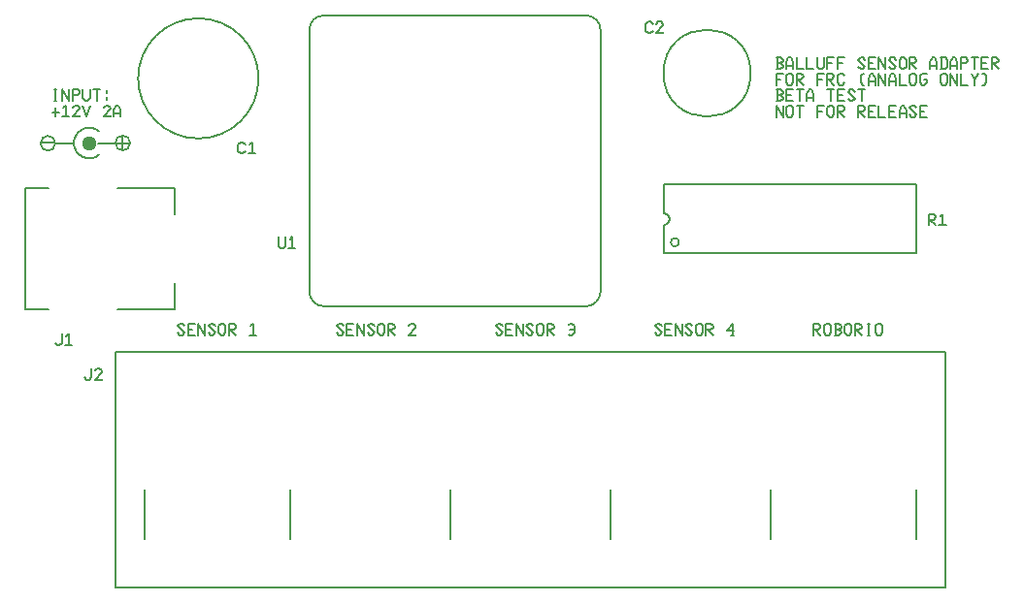
<source format=gbr>
G04 Generated by Ultiboard 14.1 *
%FSLAX24Y24*%
%MOIN*%

%ADD10C,0.0001*%
%ADD11C,0.0061*%
%ADD12C,0.0080*%
%ADD13C,0.05104*%


G04 ColorRGB FFFF00 for the following layer *
%LNSilkscreen Top*%
%LPD*%
G54D10*
G54D11*
X5398Y7091D02*
X5477Y7012D01*
X5555Y7012D01*
X5633Y7091D01*
X5398Y7327D01*
X5477Y7406D01*
X5555Y7406D01*
X5633Y7327D01*
X5986Y7012D02*
X5751Y7012D01*
X5751Y7209D01*
X5751Y7406D01*
X5986Y7406D01*
X5751Y7209D02*
X5908Y7209D01*
X6104Y7012D02*
X6104Y7406D01*
X6339Y7012D01*
X6339Y7406D01*
X6456Y7091D02*
X6535Y7012D01*
X6613Y7012D01*
X6692Y7091D01*
X6456Y7327D01*
X6535Y7406D01*
X6613Y7406D01*
X6692Y7327D01*
X6809Y7091D02*
X6888Y7012D01*
X6966Y7012D01*
X7044Y7091D01*
X7044Y7327D01*
X6966Y7406D01*
X6888Y7406D01*
X6809Y7327D01*
X6809Y7091D01*
X7162Y7012D02*
X7162Y7406D01*
X7319Y7406D01*
X7397Y7327D01*
X7397Y7288D01*
X7319Y7209D01*
X7162Y7209D01*
X7201Y7209D02*
X7397Y7012D01*
X7907Y7327D02*
X7985Y7406D01*
X7985Y7012D01*
X7867Y7012D02*
X8103Y7012D01*
X10860Y7091D02*
X10938Y7012D01*
X11017Y7012D01*
X11095Y7091D01*
X10860Y7327D01*
X10938Y7406D01*
X11017Y7406D01*
X11095Y7327D01*
X11448Y7012D02*
X11213Y7012D01*
X11213Y7209D01*
X11213Y7406D01*
X11448Y7406D01*
X11213Y7209D02*
X11370Y7209D01*
X11566Y7012D02*
X11566Y7406D01*
X11801Y7012D01*
X11801Y7406D01*
X11918Y7091D02*
X11997Y7012D01*
X12075Y7012D01*
X12153Y7091D01*
X11918Y7327D01*
X11997Y7406D01*
X12075Y7406D01*
X12153Y7327D01*
X12271Y7091D02*
X12349Y7012D01*
X12428Y7012D01*
X12506Y7091D01*
X12506Y7327D01*
X12428Y7406D01*
X12349Y7406D01*
X12271Y7327D01*
X12271Y7091D01*
X12624Y7012D02*
X12624Y7406D01*
X12781Y7406D01*
X12859Y7327D01*
X12859Y7288D01*
X12781Y7209D01*
X12624Y7209D01*
X12663Y7209D02*
X12859Y7012D01*
X13329Y7327D02*
X13408Y7406D01*
X13486Y7406D01*
X13564Y7327D01*
X13564Y7288D01*
X13329Y7012D01*
X13564Y7012D01*
X13564Y7051D01*
X16322Y7091D02*
X16400Y7012D01*
X16479Y7012D01*
X16557Y7091D01*
X16322Y7327D01*
X16400Y7406D01*
X16479Y7406D01*
X16557Y7327D01*
X16910Y7012D02*
X16675Y7012D01*
X16675Y7209D01*
X16675Y7406D01*
X16910Y7406D01*
X16675Y7209D02*
X16831Y7209D01*
X17027Y7012D02*
X17027Y7406D01*
X17263Y7012D01*
X17263Y7406D01*
X17380Y7091D02*
X17459Y7012D01*
X17537Y7012D01*
X17615Y7091D01*
X17380Y7327D01*
X17459Y7406D01*
X17537Y7406D01*
X17615Y7327D01*
X17733Y7091D02*
X17811Y7012D01*
X17890Y7012D01*
X17968Y7091D01*
X17968Y7327D01*
X17890Y7406D01*
X17811Y7406D01*
X17733Y7327D01*
X17733Y7091D01*
X18086Y7012D02*
X18086Y7406D01*
X18242Y7406D01*
X18321Y7327D01*
X18321Y7288D01*
X18242Y7209D01*
X18086Y7209D01*
X18125Y7209D02*
X18321Y7012D01*
X18830Y7366D02*
X18870Y7406D01*
X18948Y7406D01*
X19026Y7327D01*
X19026Y7248D01*
X18987Y7209D01*
X19026Y7170D01*
X19026Y7091D01*
X18948Y7012D01*
X18870Y7012D01*
X18830Y7051D01*
X18870Y7209D02*
X18987Y7209D01*
X21784Y7091D02*
X21862Y7012D01*
X21941Y7012D01*
X22019Y7091D01*
X21784Y7327D01*
X21862Y7406D01*
X21941Y7406D01*
X22019Y7327D01*
X22372Y7012D02*
X22136Y7012D01*
X22136Y7209D01*
X22136Y7406D01*
X22372Y7406D01*
X22136Y7209D02*
X22293Y7209D01*
X22489Y7012D02*
X22489Y7406D01*
X22724Y7012D01*
X22724Y7406D01*
X22842Y7091D02*
X22920Y7012D01*
X22999Y7012D01*
X23077Y7091D01*
X22842Y7327D01*
X22920Y7406D01*
X22999Y7406D01*
X23077Y7327D01*
X23195Y7091D02*
X23273Y7012D01*
X23352Y7012D01*
X23430Y7091D01*
X23430Y7327D01*
X23352Y7406D01*
X23273Y7406D01*
X23195Y7327D01*
X23195Y7091D01*
X23548Y7012D02*
X23548Y7406D01*
X23704Y7406D01*
X23783Y7327D01*
X23783Y7288D01*
X23704Y7209D01*
X23548Y7209D01*
X23587Y7209D02*
X23783Y7012D01*
X24488Y7170D02*
X24253Y7170D01*
X24449Y7406D01*
X24449Y7012D01*
X24410Y7012D02*
X24488Y7012D01*
X27246Y7012D02*
X27246Y7406D01*
X27402Y7406D01*
X27481Y7327D01*
X27481Y7288D01*
X27402Y7209D01*
X27246Y7209D01*
X27285Y7209D02*
X27481Y7012D01*
X27598Y7091D02*
X27677Y7012D01*
X27755Y7012D01*
X27833Y7091D01*
X27833Y7327D01*
X27755Y7406D01*
X27677Y7406D01*
X27598Y7327D01*
X27598Y7091D01*
X27951Y7012D02*
X28108Y7012D01*
X28186Y7091D01*
X28186Y7130D01*
X28108Y7209D01*
X28186Y7288D01*
X28186Y7327D01*
X28108Y7406D01*
X27990Y7406D01*
X27951Y7406D01*
X27990Y7209D02*
X28108Y7209D01*
X27990Y7406D02*
X27990Y7012D01*
X28304Y7091D02*
X28382Y7012D01*
X28461Y7012D01*
X28539Y7091D01*
X28539Y7327D01*
X28461Y7406D01*
X28382Y7406D01*
X28304Y7327D01*
X28304Y7091D01*
X28657Y7012D02*
X28657Y7406D01*
X28813Y7406D01*
X28892Y7327D01*
X28892Y7288D01*
X28813Y7209D01*
X28657Y7209D01*
X28696Y7209D02*
X28892Y7012D01*
X29088Y7012D02*
X29166Y7012D01*
X29088Y7406D02*
X29166Y7406D01*
X29127Y7012D02*
X29127Y7406D01*
X29362Y7091D02*
X29440Y7012D01*
X29519Y7012D01*
X29597Y7091D01*
X29597Y7327D01*
X29519Y7406D01*
X29440Y7406D01*
X29362Y7327D01*
X29362Y7091D01*
X31195Y10791D02*
X31195Y11184D01*
X31352Y11184D01*
X31431Y11106D01*
X31431Y11066D01*
X31352Y10988D01*
X31195Y10988D01*
X31235Y10988D02*
X31431Y10791D01*
X31587Y11106D02*
X31666Y11184D01*
X31666Y10791D01*
X31548Y10791D02*
X31783Y10791D01*
X1168Y15077D02*
X1246Y15077D01*
X1168Y15471D02*
X1246Y15471D01*
X1207Y15077D02*
X1207Y15471D01*
X1442Y15077D02*
X1442Y15471D01*
X1677Y15077D01*
X1677Y15471D01*
X1795Y15077D02*
X1795Y15471D01*
X1951Y15471D01*
X2030Y15392D01*
X2030Y15353D01*
X1951Y15274D01*
X1795Y15274D01*
X2147Y15471D02*
X2147Y15156D01*
X2226Y15077D01*
X2304Y15077D01*
X2383Y15156D01*
X2383Y15471D01*
X2618Y15077D02*
X2618Y15471D01*
X2500Y15471D02*
X2735Y15471D01*
X2971Y15431D02*
X2971Y15353D01*
X2971Y15116D02*
X2971Y15195D01*
X1089Y14683D02*
X1324Y14683D01*
X1207Y14841D02*
X1207Y14526D01*
X1481Y14841D02*
X1560Y14919D01*
X1560Y14526D01*
X1442Y14526D02*
X1677Y14526D01*
X1795Y14841D02*
X1873Y14919D01*
X1951Y14919D01*
X2030Y14841D01*
X2030Y14801D01*
X1795Y14526D01*
X2030Y14526D01*
X2030Y14565D01*
X2147Y14919D02*
X2265Y14526D01*
X2383Y14919D01*
X2853Y14841D02*
X2931Y14919D01*
X3010Y14919D01*
X3088Y14841D01*
X3088Y14801D01*
X2853Y14526D01*
X3088Y14526D01*
X3088Y14565D01*
X3206Y14526D02*
X3206Y14762D01*
X3284Y14919D01*
X3363Y14919D01*
X3441Y14762D01*
X3441Y14526D01*
X3206Y14644D02*
X3441Y14644D01*
X8859Y10391D02*
X8859Y10076D01*
X8938Y9997D01*
X9016Y9997D01*
X9094Y10076D01*
X9094Y10391D01*
X9251Y10312D02*
X9330Y10391D01*
X9330Y9997D01*
X9212Y9997D02*
X9447Y9997D01*
X25949Y16167D02*
X26106Y16167D01*
X26184Y16246D01*
X26184Y16285D01*
X26106Y16364D01*
X26184Y16443D01*
X26184Y16482D01*
X26106Y16561D01*
X25988Y16561D01*
X25949Y16561D01*
X25988Y16364D02*
X26106Y16364D01*
X25988Y16561D02*
X25988Y16167D01*
X26302Y16167D02*
X26302Y16403D01*
X26380Y16561D01*
X26459Y16561D01*
X26537Y16403D01*
X26537Y16167D01*
X26302Y16285D02*
X26537Y16285D01*
X26655Y16561D02*
X26655Y16167D01*
X26890Y16167D01*
X27007Y16561D02*
X27007Y16167D01*
X27243Y16167D01*
X27360Y16561D02*
X27360Y16246D01*
X27439Y16167D01*
X27517Y16167D01*
X27595Y16246D01*
X27595Y16561D01*
X27713Y16167D02*
X27713Y16561D01*
X27948Y16561D01*
X27713Y16364D02*
X27870Y16364D01*
X28066Y16167D02*
X28066Y16561D01*
X28301Y16561D01*
X28066Y16364D02*
X28223Y16364D01*
X28771Y16246D02*
X28850Y16167D01*
X28928Y16167D01*
X29006Y16246D01*
X28771Y16482D01*
X28850Y16561D01*
X28928Y16561D01*
X29006Y16482D01*
X29359Y16167D02*
X29124Y16167D01*
X29124Y16364D01*
X29124Y16561D01*
X29359Y16561D01*
X29124Y16364D02*
X29281Y16364D01*
X29477Y16167D02*
X29477Y16561D01*
X29712Y16167D01*
X29712Y16561D01*
X29830Y16246D02*
X29908Y16167D01*
X29986Y16167D01*
X30065Y16246D01*
X29830Y16482D01*
X29908Y16561D01*
X29986Y16561D01*
X30065Y16482D01*
X30182Y16246D02*
X30261Y16167D01*
X30339Y16167D01*
X30417Y16246D01*
X30417Y16482D01*
X30339Y16561D01*
X30261Y16561D01*
X30182Y16482D01*
X30182Y16246D01*
X30535Y16167D02*
X30535Y16561D01*
X30692Y16561D01*
X30770Y16482D01*
X30770Y16443D01*
X30692Y16364D01*
X30535Y16364D01*
X30574Y16364D02*
X30770Y16167D01*
X31241Y16167D02*
X31241Y16403D01*
X31319Y16561D01*
X31397Y16561D01*
X31476Y16403D01*
X31476Y16167D01*
X31241Y16285D02*
X31476Y16285D01*
X31593Y16167D02*
X31750Y16167D01*
X31828Y16246D01*
X31828Y16482D01*
X31750Y16561D01*
X31593Y16561D01*
X31632Y16561D02*
X31632Y16167D01*
X31946Y16167D02*
X31946Y16403D01*
X32024Y16561D01*
X32103Y16561D01*
X32181Y16403D01*
X32181Y16167D01*
X31946Y16285D02*
X32181Y16285D01*
X32299Y16167D02*
X32299Y16561D01*
X32456Y16561D01*
X32534Y16482D01*
X32534Y16443D01*
X32456Y16364D01*
X32299Y16364D01*
X32769Y16167D02*
X32769Y16561D01*
X32652Y16561D02*
X32887Y16561D01*
X33239Y16167D02*
X33004Y16167D01*
X33004Y16364D01*
X33004Y16561D01*
X33239Y16561D01*
X33004Y16364D02*
X33161Y16364D01*
X33357Y16167D02*
X33357Y16561D01*
X33514Y16561D01*
X33592Y16482D01*
X33592Y16443D01*
X33514Y16364D01*
X33357Y16364D01*
X33396Y16364D02*
X33592Y16167D01*
X25949Y15616D02*
X25949Y16009D01*
X26184Y16009D01*
X25949Y15813D02*
X26106Y15813D01*
X26302Y15694D02*
X26380Y15616D01*
X26459Y15616D01*
X26537Y15694D01*
X26537Y15931D01*
X26459Y16009D01*
X26380Y16009D01*
X26302Y15931D01*
X26302Y15694D01*
X26655Y15616D02*
X26655Y16009D01*
X26811Y16009D01*
X26890Y15931D01*
X26890Y15891D01*
X26811Y15813D01*
X26655Y15813D01*
X26694Y15813D02*
X26890Y15616D01*
X27360Y15616D02*
X27360Y16009D01*
X27595Y16009D01*
X27360Y15813D02*
X27517Y15813D01*
X27713Y15616D02*
X27713Y16009D01*
X27870Y16009D01*
X27948Y15931D01*
X27948Y15891D01*
X27870Y15813D01*
X27713Y15813D01*
X27752Y15813D02*
X27948Y15616D01*
X28301Y15694D02*
X28223Y15616D01*
X28144Y15616D01*
X28066Y15694D01*
X28066Y15931D01*
X28144Y16009D01*
X28223Y16009D01*
X28301Y15931D01*
X28967Y15616D02*
X28928Y15616D01*
X28850Y15694D01*
X28850Y15931D01*
X28928Y16009D01*
X28967Y16009D01*
X29124Y15616D02*
X29124Y15852D01*
X29202Y16009D01*
X29281Y16009D01*
X29359Y15852D01*
X29359Y15616D01*
X29124Y15734D02*
X29359Y15734D01*
X29477Y15616D02*
X29477Y16009D01*
X29712Y15616D01*
X29712Y16009D01*
X29830Y15616D02*
X29830Y15852D01*
X29908Y16009D01*
X29986Y16009D01*
X30065Y15852D01*
X30065Y15616D01*
X29830Y15734D02*
X30065Y15734D01*
X30182Y16009D02*
X30182Y15616D01*
X30417Y15616D01*
X30535Y15694D02*
X30613Y15616D01*
X30692Y15616D01*
X30770Y15694D01*
X30770Y15931D01*
X30692Y16009D01*
X30613Y16009D01*
X30535Y15931D01*
X30535Y15694D01*
X31045Y15813D02*
X31123Y15813D01*
X31123Y15694D01*
X31045Y15616D01*
X30966Y15616D01*
X30888Y15694D01*
X30888Y15931D01*
X30966Y16009D01*
X31123Y16009D01*
X31593Y15694D02*
X31672Y15616D01*
X31750Y15616D01*
X31828Y15694D01*
X31828Y15931D01*
X31750Y16009D01*
X31672Y16009D01*
X31593Y15931D01*
X31593Y15694D01*
X31946Y15616D02*
X31946Y16009D01*
X32181Y15616D01*
X32181Y16009D01*
X32299Y16009D02*
X32299Y15616D01*
X32534Y15616D01*
X32652Y16009D02*
X32769Y15813D01*
X32887Y16009D01*
X32769Y15813D02*
X32769Y15616D01*
X33044Y16009D02*
X33083Y16009D01*
X33161Y15931D01*
X33161Y15694D01*
X33083Y15616D01*
X33044Y15616D01*
X25949Y15065D02*
X26106Y15065D01*
X26184Y15143D01*
X26184Y15183D01*
X26106Y15261D01*
X26184Y15340D01*
X26184Y15380D01*
X26106Y15458D01*
X25988Y15458D01*
X25949Y15458D01*
X25988Y15261D02*
X26106Y15261D01*
X25988Y15458D02*
X25988Y15065D01*
X26537Y15065D02*
X26302Y15065D01*
X26302Y15261D01*
X26302Y15458D01*
X26537Y15458D01*
X26302Y15261D02*
X26459Y15261D01*
X26772Y15065D02*
X26772Y15458D01*
X26655Y15458D02*
X26890Y15458D01*
X27007Y15065D02*
X27007Y15301D01*
X27086Y15458D01*
X27164Y15458D01*
X27243Y15301D01*
X27243Y15065D01*
X27007Y15183D02*
X27243Y15183D01*
X27831Y15065D02*
X27831Y15458D01*
X27713Y15458D02*
X27948Y15458D01*
X28301Y15065D02*
X28066Y15065D01*
X28066Y15261D01*
X28066Y15458D01*
X28301Y15458D01*
X28066Y15261D02*
X28223Y15261D01*
X28418Y15143D02*
X28497Y15065D01*
X28575Y15065D01*
X28654Y15143D01*
X28418Y15380D01*
X28497Y15458D01*
X28575Y15458D01*
X28654Y15380D01*
X28889Y15065D02*
X28889Y15458D01*
X28771Y15458D02*
X29006Y15458D01*
X25949Y14513D02*
X25949Y14907D01*
X26184Y14513D01*
X26184Y14907D01*
X26302Y14592D02*
X26380Y14513D01*
X26459Y14513D01*
X26537Y14592D01*
X26537Y14828D01*
X26459Y14907D01*
X26380Y14907D01*
X26302Y14828D01*
X26302Y14592D01*
X26772Y14513D02*
X26772Y14907D01*
X26655Y14907D02*
X26890Y14907D01*
X27360Y14513D02*
X27360Y14907D01*
X27595Y14907D01*
X27360Y14710D02*
X27517Y14710D01*
X27713Y14592D02*
X27791Y14513D01*
X27870Y14513D01*
X27948Y14592D01*
X27948Y14828D01*
X27870Y14907D01*
X27791Y14907D01*
X27713Y14828D01*
X27713Y14592D01*
X28066Y14513D02*
X28066Y14907D01*
X28223Y14907D01*
X28301Y14828D01*
X28301Y14789D01*
X28223Y14710D01*
X28066Y14710D01*
X28105Y14710D02*
X28301Y14513D01*
X28771Y14513D02*
X28771Y14907D01*
X28928Y14907D01*
X29006Y14828D01*
X29006Y14789D01*
X28928Y14710D01*
X28771Y14710D01*
X28810Y14710D02*
X29006Y14513D01*
X29359Y14513D02*
X29124Y14513D01*
X29124Y14710D01*
X29124Y14907D01*
X29359Y14907D01*
X29124Y14710D02*
X29281Y14710D01*
X29477Y14907D02*
X29477Y14513D01*
X29712Y14513D01*
X30065Y14513D02*
X29830Y14513D01*
X29830Y14710D01*
X29830Y14907D01*
X30065Y14907D01*
X29830Y14710D02*
X29986Y14710D01*
X30182Y14513D02*
X30182Y14750D01*
X30261Y14907D01*
X30339Y14907D01*
X30417Y14750D01*
X30417Y14513D01*
X30182Y14631D02*
X30417Y14631D01*
X30535Y14592D02*
X30613Y14513D01*
X30692Y14513D01*
X30770Y14592D01*
X30535Y14828D01*
X30613Y14907D01*
X30692Y14907D01*
X30770Y14828D01*
X31123Y14513D02*
X30888Y14513D01*
X30888Y14710D01*
X30888Y14907D01*
X31123Y14907D01*
X30888Y14710D02*
X31045Y14710D01*
X1189Y6746D02*
X1268Y6667D01*
X1346Y6667D01*
X1424Y6746D01*
X1424Y7061D01*
X1581Y6982D02*
X1660Y7061D01*
X1660Y6667D01*
X1542Y6667D02*
X1777Y6667D01*
G54D12*
X22089Y9828D02*
X30751Y9828D01*
X22089Y10812D02*
X22089Y9828D01*
X22333Y10209D02*
G75*
D01*
G02X22333Y10209I143J0*
G01*
X30751Y9828D02*
X30751Y12190D01*
X22089Y12190D02*
X22089Y11206D01*
X30751Y12190D02*
X22089Y12190D01*
X22089Y10812D02*
X22106Y10813D01*
X22123Y10815D01*
X22140Y10819D01*
X22157Y10824D01*
X22172Y10831D01*
X22188Y10839D01*
X22202Y10848D01*
X22216Y10858D01*
X22228Y10870D01*
X22240Y10883D01*
X22251Y10896D01*
X22260Y10911D01*
X22268Y10926D01*
X22274Y10942D01*
X22279Y10958D01*
X22283Y10975D01*
X22285Y10992D01*
X22286Y11009D01*
X22285Y11026D01*
X22283Y11043D01*
X22279Y11060D01*
X22274Y11077D01*
X22268Y11092D01*
X22260Y11108D01*
X22251Y11122D01*
X22240Y11136D01*
X22228Y11148D01*
X22216Y11160D01*
X22202Y11170D01*
X22188Y11180D01*
X22172Y11188D01*
X22157Y11194D01*
X22140Y11199D01*
X22123Y11203D01*
X22106Y11205D01*
X22089Y11206D01*
X690Y13614D02*
G75*
D01*
G02X690Y13614I255J0*
G01*
X1160Y13624D02*
X710Y13624D01*
X1205Y13619D02*
X1785Y13619D01*
X2695Y14026D02*
X2659Y14054D01*
X2620Y14079D01*
X2580Y14099D01*
X2537Y14117D01*
X2494Y14130D01*
X2449Y14140D01*
X2404Y14146D01*
X2358Y14148D01*
X2312Y14145D01*
X2267Y14139D01*
X2223Y14129D01*
X2179Y14115D01*
X2137Y14098D01*
X2096Y14076D01*
X2058Y14052D01*
X2022Y14024D01*
X1988Y13993D01*
X1958Y13959D01*
X1930Y13922D01*
X1905Y13884D01*
X1885Y13843D01*
X1867Y13801D01*
X1854Y13757D01*
X1844Y13713D01*
X1838Y13667D01*
X1836Y13622D01*
X1839Y13576D01*
X1845Y13531D01*
X1855Y13486D01*
X1869Y13443D01*
X1886Y13400D01*
X1908Y13360D01*
X1932Y13322D01*
X1960Y13285D01*
X1991Y13252D01*
X2025Y13221D01*
X2062Y13193D01*
X2100Y13169D01*
X2141Y13148D01*
X2183Y13131D01*
X2227Y13117D01*
X2271Y13108D01*
X2317Y13102D01*
X2362Y13100D01*
X2408Y13102D01*
X2453Y13108D01*
X2498Y13118D01*
X2541Y13132D01*
X2584Y13150D01*
X2624Y13171D01*
X2662Y13196D01*
X2699Y13224D01*
X2715Y13239D01*
X3260Y13624D02*
G75*
D01*
G02X3260Y13624I255J0*
G01*
X3750Y13614D02*
X3300Y13614D01*
X2665Y13619D02*
X3245Y13619D01*
X3515Y13839D02*
X3515Y13389D01*
X2199Y5556D02*
X2278Y5477D01*
X2357Y5477D01*
X2436Y5556D01*
X2436Y5871D01*
X2554Y5792D02*
X2632Y5871D01*
X2711Y5871D01*
X2790Y5792D01*
X2790Y5753D01*
X2554Y5477D01*
X2790Y5477D01*
X2790Y5516D01*
X3280Y-1660D02*
X31780Y-1660D01*
X31780Y6440D01*
X3280Y6440D01*
X3280Y-1660D01*
X4280Y-10D02*
X4280Y1690D01*
X9280Y-10D02*
X9280Y1690D01*
X14780Y-10D02*
X14780Y1690D01*
X20280Y-10D02*
X20280Y1690D01*
X25780Y-10D02*
X25780Y1690D01*
X30780Y-10D02*
X30780Y1690D01*
X9920Y17510D02*
X9920Y8510D01*
G75*
D01*
G03X10420Y8010I500J0*
G01*
X19420Y8010D01*
G75*
D01*
G03X19920Y8510I0J500*
G01*
X19920Y17510D01*
G74*
D01*
G03X19420Y18010I500J0*
G01*
X10420Y18010D01*
G75*
D01*
G03X9920Y17510I0J-500*
G01*
X7716Y13336D02*
X7637Y13257D01*
X7558Y13257D01*
X7479Y13336D01*
X7479Y13572D01*
X7558Y13651D01*
X7637Y13651D01*
X7716Y13572D01*
X7873Y13572D02*
X7952Y13651D01*
X7952Y13257D01*
X7834Y13257D02*
X8070Y13257D01*
X4043Y15844D02*
G75*
D01*
G02X4043Y15844I2067J0*
G01*
X21716Y17476D02*
X21637Y17397D01*
X21558Y17397D01*
X21479Y17476D01*
X21479Y17712D01*
X21558Y17791D01*
X21637Y17791D01*
X21716Y17712D01*
X21834Y17712D02*
X21912Y17791D01*
X21991Y17791D01*
X22070Y17712D01*
X22070Y17673D01*
X21834Y17397D01*
X22070Y17397D01*
X22070Y17436D01*
X22084Y16024D02*
G75*
D01*
G02X22084Y16024I1496J0*
G01*
X963Y7913D02*
X176Y7913D01*
X176Y12087D01*
X963Y12087D01*
X5294Y12087D02*
X3325Y12087D01*
X5294Y11181D02*
X5294Y12087D01*
X5294Y7913D02*
X5294Y8819D01*
X3325Y7913D02*
X5294Y7913D01*
G54D13*
X2365Y13618D03*

M02*

</source>
